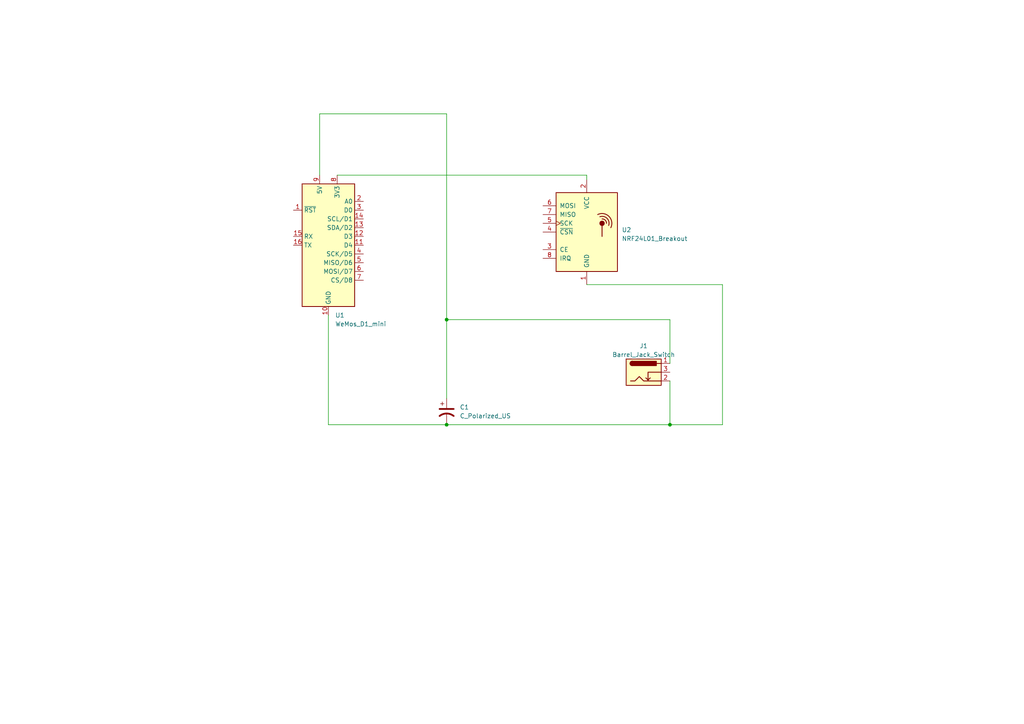
<source format=kicad_sch>
(kicad_sch (version 20230121) (generator eeschema)
  (paper "A4")
  (lib_symbols
    (symbol "Connector:Barrel_Jack_Switch" (pin_names hide)
      (property "Reference" "J" (at 0 5.334 0))
      (property "Value" "Barrel_Jack_Switch" (at 0 -5.08 0))
      (symbol "Barrel_Jack_Switch_0_1"
        (rectangle (start -5.08 3.81) (end 5.08 -3.81) (stroke (width 0.254)) (fill (type background)))
        (arc (start -3.302 3.175) (mid -3.9343 2.54) (end -3.302 1.905) (stroke (width 0.254)))
        (arc (start -3.302 3.175) (mid -3.9343 2.54) (end -3.302 1.905) (stroke (width 0.254)) (fill (type outline)))
        (polyline (pts (xy 1.27 -2.286) (xy 1.905 -1.651)) (stroke (width 0.254)))
        (polyline (pts (xy 5.08 2.54) (xy 3.81 2.54)) (stroke (width 0.254)))
        (polyline (pts (xy 5.08 0) (xy 1.27 0) (xy 1.27 -2.286) (xy 0.635 -1.651)) (stroke (width 0.254)))
        (polyline (pts (xy -3.81 -2.54) (xy -2.54 -2.54) (xy -1.27 -1.27) (xy 0 -2.54) (xy 2.54 -2.54) (xy 5.08 -2.54)) (stroke (width 0.254)))
        (rectangle (start 3.683 3.175) (end -3.302 1.905) (stroke (width 0.254)) (fill (type outline)))
      )
      (symbol "Barrel_Jack_Switch_1_1"
        (pin passive line (at 7.62 2.54 180) (length 2.54) (name "~") (number "1"))
        (pin passive line (at 7.62 -2.54 180) (length 2.54) (name "~") (number "2"))
        (pin passive line (at 7.62 0 180) (length 2.54) (name "~") (number "3"))
      )
    )
    (symbol "Device:C_Polarized_US" (pin_numbers hide) (pin_names (offset 0.254) hide)
      (property "Reference" "C" (at 0.635 2.54 0))
      (property "Value" "C_Polarized_US" (at 0.635 -2.54 0))
      (symbol "C_Polarized_US_0_1"
        (polyline (pts (xy -2.032 0.762) (xy 2.032 0.762)) (stroke (width 0.508)))
        (polyline (pts (xy -1.778 2.286) (xy -0.762 2.286)))
        (polyline (pts (xy -1.27 1.778) (xy -1.27 2.794)))
        (arc (start 2.032 -1.27) (mid 0 -0.5572) (end -2.032 -1.27) (stroke (width 0.508)))
      )
      (symbol "C_Polarized_US_1_1"
        (pin passive line (at 0 3.81 270) (length 2.794) (name "~") (number "1"))
        (pin passive line (at 0 -3.81 90) (length 3.302) (name "~") (number "2"))
      )
    )
    (symbol "MCU_Module:WeMos_D1_mini"
      (property "Reference" "U" (at 3.81 19.05 0))
      (property "Value" "WeMos_D1_mini" (at 1.27 -19.05 0))
      (symbol "WeMos_D1_mini_1_1"
        (rectangle (start -7.62 17.78) (end 7.62 -17.78) (stroke (width 0.254)) (fill (type background)))
        (pin input line (at -10.16 10.16 0) (length 2.54) (name "~{RST}") (number "1"))
        (pin power_in line (at 0 -20.32 90) (length 2.54) (name "GND") (number "10"))
        (pin bidirectional line (at 10.16 0 180) (length 2.54) (name "D4") (number "11"))
        (pin bidirectional line (at 10.16 2.54 180) (length 2.54) (name "D3") (number "12"))
        (pin bidirectional line (at 10.16 5.08 180) (length 2.54) (name "SDA/D2") (number "13"))
        (pin bidirectional line (at 10.16 7.62 180) (length 2.54) (name "SCL/D1") (number "14"))
        (pin input line (at -10.16 2.54 0) (length 2.54) (name "RX") (number "15"))
        (pin output line (at -10.16 0 0) (length 2.54) (name "TX") (number "16"))
        (pin input line (at 10.16 12.7 180) (length 2.54) (name "A0") (number "2"))
        (pin bidirectional line (at 10.16 10.16 180) (length 2.54) (name "D0") (number "3"))
        (pin bidirectional line (at 10.16 -2.54 180) (length 2.54) (name "SCK/D5") (number "4"))
        (pin bidirectional line (at 10.16 -5.08 180) (length 2.54) (name "MISO/D6") (number "5"))
        (pin bidirectional line (at 10.16 -7.62 180) (length 2.54) (name "MOSI/D7") (number "6"))
        (pin bidirectional line (at 10.16 -10.16 180) (length 2.54) (name "CS/D8") (number "7"))
        (pin power_out line (at 2.54 20.32 270) (length 2.54) (name "3V3") (number "8"))
        (pin power_in line (at -2.54 20.32 270) (length 2.54) (name "5V") (number "9"))
      )
    )
    (symbol "RF:NRF24L01_Breakout" (pin_names (offset 1.016))
      (property "Reference" "U" (at -8.89 12.7 0))
      (property "Value" "NRF24L01_Breakout" (at 3.81 12.7 0))
      (symbol "NRF24L01_Breakout_0_1"
        (rectangle (start -8.89 11.43) (end 8.89 -11.43) (stroke (width 0.254)) (fill (type background)))
        (polyline (pts (xy 4.445 1.905) (xy 4.445 -1.27)) (stroke (width 0.254)))
        (circle (center 4.445 2.54) (radius 0.635) (stroke (width 0.254)) (fill (type outline)))
        (arc (start 5.715 2.54) (mid 5.3521 3.4546) (end 4.445 3.81) (stroke (width 0.254)))
        (arc (start 6.35 1.905) (mid 5.8763 3.9854) (end 3.81 4.445) (stroke (width 0.254)))
        (arc (start 6.985 1.27) (mid 6.453 4.548) (end 3.175 5.08) (stroke (width 0.254)))
      )
      (symbol "NRF24L01_Breakout_1_1"
        (pin power_in line (at 0 -15.24 90) (length 3.81) (name "GND") (number "1"))
        (pin power_in line (at 0 15.24 270) (length 3.81) (name "VCC") (number "2"))
        (pin input line (at -12.7 -5.08 0) (length 3.81) (name "CE") (number "3"))
        (pin input line (at -12.7 0 0) (length 3.81) (name "~{CSN}") (number "4"))
        (pin input clock (at -12.7 2.54 0) (length 3.81) (name "SCK") (number "5"))
        (pin input line (at -12.7 7.62 0) (length 3.81) (name "MOSI") (number "6"))
        (pin output line (at -12.7 5.08 0) (length 3.81) (name "MISO") (number "7"))
        (pin output line (at -12.7 -7.62 0) (length 3.81) (name "IRQ") (number "8"))
      )
    )
  )
  (junction (at 129.54 92.71))
  (junction (at 129.54 123.19))
  (junction (at 194.31 123.19))
  (wire (pts (xy 129.54 92.71) (xy 129.54 33.02)))
  (wire (pts (xy 95.25 123.19) (xy 129.54 123.19)))
  (wire (pts (xy 209.55 123.19) (xy 194.31 123.19)))
  (wire (pts (xy 92.71 33.02) (xy 92.71 50.8)))
  (wire (pts (xy 194.31 110.49) (xy 194.31 123.19)))
  (wire (pts (xy 194.31 123.19) (xy 129.54 123.19)))
  (wire (pts (xy 95.25 91.44) (xy 95.25 123.19)))
  (wire (pts (xy 170.18 50.8) (xy 170.18 52.07)))
  (wire (pts (xy 97.79 50.8) (xy 170.18 50.8)))
  (wire (pts (xy 209.55 82.55) (xy 209.55 123.19)))
  (wire (pts (xy 194.31 105.41) (xy 194.31 92.71)))
  (wire (pts (xy 170.18 82.55) (xy 209.55 82.55)))
  (wire (pts (xy 194.31 92.71) (xy 129.54 92.71)))
  (wire (pts (xy 129.54 33.02) (xy 92.71 33.02)))
  (wire (pts (xy 129.54 115.57) (xy 129.54 92.71)))
  (symbol (lib_id "RF:NRF24L01_Breakout") (at 170.18 67.31 0) (unit 1)
    (property "Reference" "U2" (at 180.34 66.675 0) (effects (justify left)))
    (property "Value" "NRF24L01_Breakout" (at 180.34 69.215 0) (effects (justify left)))
    (property "Footprint" "RF_Module:nRF24L01_Breakout" (effects hide))
    (property "Datasheet" "http://www.nordicsemi.com/eng/content/download/2730/34105/file/nRF24L01_Product_Specification_v2_0.pdf" (effects hide))
  )
  (symbol (lib_id "MCU_Module:WeMos_D1_mini") (at 95.25 71.12 0) (unit 1)
    (property "Reference" "U1" (at 97.2059 91.44 0) (effects (justify left)))
    (property "Value" "WeMos_D1_mini" (at 97.2059 93.98 0) (effects (justify left)))
    (property "Footprint" "Module:WEMOS_D1_mini_light" (effects hide))
    (property "Datasheet" "https://wiki.wemos.cc/products:d1:d1_mini#documentation" (effects hide))
  )
  (symbol (lib_id "Connector:Barrel_Jack_Switch") (at 186.69 107.95 0) (unit 1)
    (property "Reference" "J1" (at 186.69 100.33 0))
    (property "Value" "Barrel_Jack_Switch" (at 186.69 102.87 0))
    (property "Footprint" "Connector_BarrelJack:BarrelJack_Horizontal" (effects hide))
  )
  (symbol (lib_id "Device:C_Polarized_US") (at 129.54 119.38 0) (unit 1)
    (property "Reference" "C1" (at 133.35 118.11 0) (effects (justify left)))
    (property "Value" "C_Polarized_US" (at 133.35 120.65 0) (effects (justify left)))
    (property "Footprint" "Capacitor_THT:CP_Radial_D6.3mm_P2.50mm" (effects hide))
  )
)
</source>
